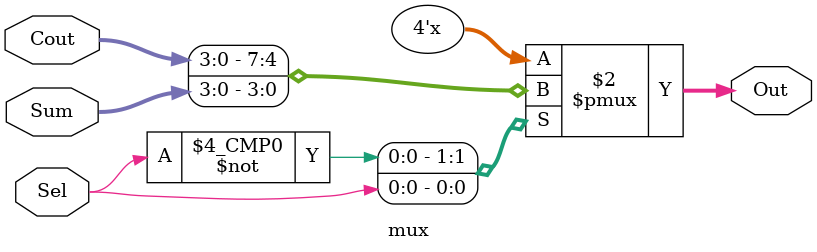
<source format=v>
`timescale 1ns / 1ps


module adder4(
    input [3:0] A,
    input [3:0] B,
    output [3:0] S,
    output CO);
    
    wire [3:0] Cout;
    wire Cin;
    assign Cin = 1'b0;
    
    adder1 add0(.A(A[0]), .B(B[0]), .CI(Cin), .S(S[0]), .CO(Cout[0]));
    adder1 add1(.A(A[1]), .B(B[1]), .CI(Cout[0]), .S(S[1]), .CO(Cout[1]));
    adder1 add2(.A(A[2]), .B(B[2]), .CI(Cout[1]), .S(S[2]), .CO(Cout[2]));
    adder1 add3(.A(A[3]), .B(B[3]), .CI(Cout[2]), .S(S[3]), .CO(Cout[3]));
    assign CO = Cout[3];
    
    
endmodule

module sevenseg(sum, display);
    input [3:0] sum;
    output reg [6:0] display;
    always@(sum)
    begin
        case(sum)
            4'b0000: display = 7'b0000001;
            4'b0001: display = 7'b1001111;
            4'b0010: display = 7'b0010010;
            4'b0011: display = 7'b0000110;
            4'b0100: display = 7'b1001100;
            4'b0101: display = 7'b0100100;
            4'b0110: display = 7'b0100000;
            4'b0111: display = 7'b0001111;
            4'b1000: display = 7'b0000000;
            4'b1001: display = 7'b0001100;
        endcase
    end
endmodule

module mux(Sum, Cout, Sel, Out);
    input [3:0] Sum;
    input [3:0] Cout;
    input Sel;
    output reg [3:0] Out;
    
    always @(*)
    begin 
        case(Sel)
            1'b0: Out = Cout;
            1'b1: Out = Sum;
        endcase
    end
    
endmodule

</source>
